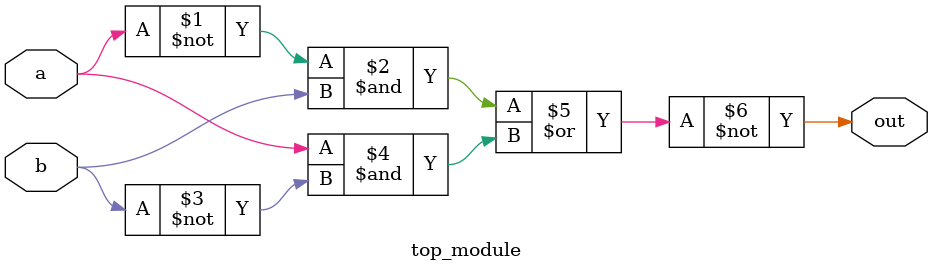
<source format=v>
module top_module( 
    input a, 
    input b, 
    output out );
  assign out = ~((~a&b)|(a&~b)); // ~(a^b)
endmodule

</source>
